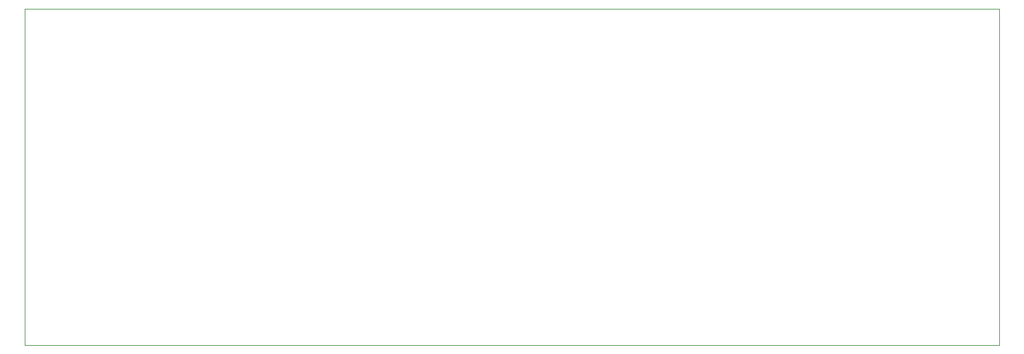
<source format=gm1>
%TF.GenerationSoftware,KiCad,Pcbnew,(6.0.11-0)*%
%TF.CreationDate,2023-02-15T22:40:40-07:00*%
%TF.ProjectId,gamepad,67616d65-7061-4642-9e6b-696361645f70,rev?*%
%TF.SameCoordinates,Original*%
%TF.FileFunction,Profile,NP*%
%FSLAX46Y46*%
G04 Gerber Fmt 4.6, Leading zero omitted, Abs format (unit mm)*
G04 Created by KiCad (PCBNEW (6.0.11-0)) date 2023-02-15 22:40:40*
%MOMM*%
%LPD*%
G01*
G04 APERTURE LIST*
%TA.AperFunction,Profile*%
%ADD10C,0.100000*%
%TD*%
G04 APERTURE END LIST*
D10*
X100000000Y-100000000D02*
X230000000Y-100000000D01*
X230000000Y-100000000D02*
X230000000Y-145000000D01*
X230000000Y-145000000D02*
X100000000Y-145000000D01*
X100000000Y-145000000D02*
X100000000Y-100000000D01*
M02*

</source>
